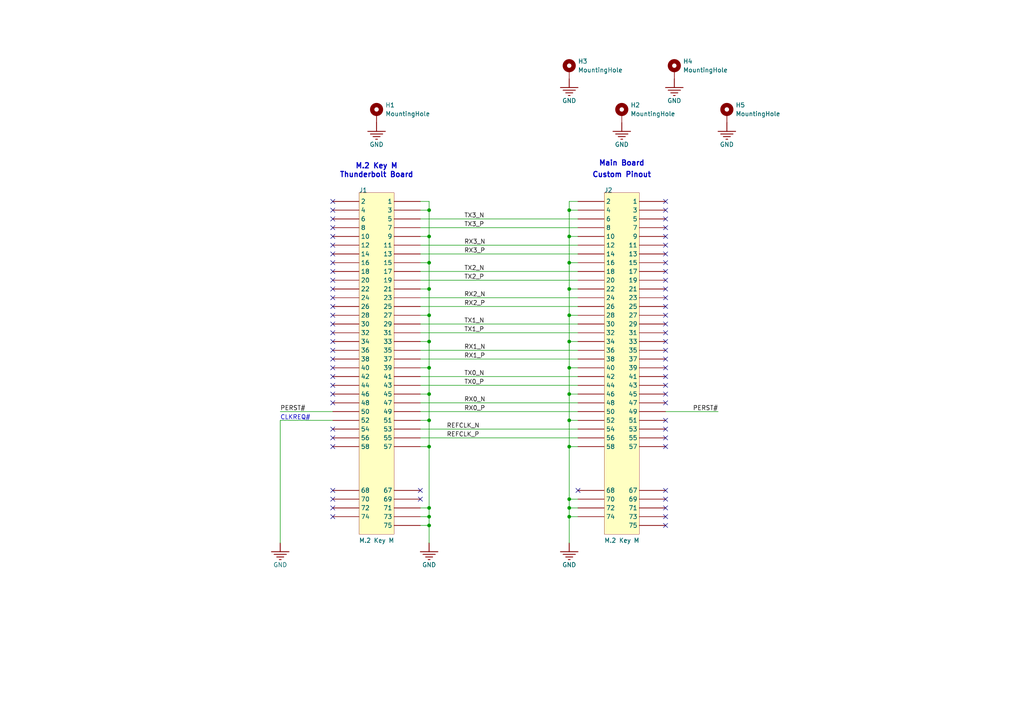
<source format=kicad_sch>
(kicad_sch (version 20250114) (generator "eeschema") (generator_version "9.0")
  (paper "A4")
  (lib_symbols
    (symbol "Adaptor_Board_JoneyTech-altium-import:GND_POWER_GROUND" (power)
      (property "Value" "GND" (at 0 -6.35 0))
      (symbol "GND_POWER_GROUND_0_0"
        (polyline (pts (xy -2.54 -2.54) (xy 2.54 -2.54)) (stroke (width 0.254)))
        (polyline (pts (xy -1.778 -3.302) (xy 1.778 -3.302)) (stroke (width 0.254)))
        (polyline (pts (xy -1.016 -4.064) (xy 1.016 -4.064)) (stroke (width 0.254)))
        (polyline (pts (xy -0.254 -4.826) (xy 0.254 -4.826)) (stroke (width 0.254)))
        (polyline (pts (xy 0 0) (xy 0 -2.54)) (stroke (width 0.254)))
        (pin power_in line (at 0 0 0) (length 0) (hide yes) (name "GND") (number ""))
      )
    )
    (symbol "Adaptor_Board_JoneyTech-altium-import:root_0_mirrored_M.2 Key M" (pin_numbers (hide yes))
      (symbol "root_0_mirrored_M.2 Key M_1_0"
        (rectangle (start 5.08 48.26) (end -5.08 -50.8) (stroke (width 0.0254) (color 128 0 0 1)) (fill (type background)))
        (pin passive line (at -12.7 45.72 0) (length 7.62) (name "2") (number "2"))
        (pin passive line (at -12.7 43.18 0) (length 7.62) (name "4") (number "4"))
        (pin passive line (at -12.7 40.64 0) (length 7.62) (name "6") (number "6"))
        (pin passive line (at -12.7 38.1 0) (length 7.62) (name "8") (number "8"))
        (pin passive line (at -12.7 35.56 0) (length 7.62) (name "10") (number "10"))
        (pin passive line (at -12.7 33.02 0) (length 7.62) (name "12") (number "12"))
        (pin passive line (at -12.7 30.48 0) (length 7.62) (name "14") (number "14"))
        (pin passive line (at -12.7 27.94 0) (length 7.62) (name "16") (number "16"))
        (pin passive line (at -12.7 25.4 0) (length 7.62) (name "18") (number "18"))
        (pin passive line (at -12.7 22.86 0) (length 7.62) (name "20") (number "20"))
        (pin passive line (at -12.7 20.32 0) (length 7.62) (name "22") (number "22"))
        (pin passive line (at -12.7 17.78 0) (length 7.62) (name "24") (number "24"))
        (pin passive line (at -12.7 15.24 0) (length 7.62) (name "26") (number "26"))
        (pin passive line (at -12.7 12.7 0) (length 7.62) (name "28") (number "28"))
        (pin passive line (at -12.7 10.16 0) (length 7.62) (name "30") (number "30"))
        (pin passive line (at -12.7 7.62 0) (length 7.62) (name "32") (number "32"))
        (pin passive line (at -12.7 5.08 0) (length 7.62) (name "34") (number "34"))
        (pin passive line (at -12.7 2.54 0) (length 7.62) (name "36") (number "36"))
        (pin passive line (at -12.7 0 0) (length 7.62) (name "38") (number "38"))
        (pin passive line (at -12.7 -2.54 0) (length 7.62) (name "40") (number "40"))
        (pin passive line (at -12.7 -5.08 0) (length 7.62) (name "42") (number "42"))
        (pin passive line (at -12.7 -7.62 0) (length 7.62) (name "44") (number "44"))
        (pin passive line (at -12.7 -10.16 0) (length 7.62) (name "46") (number "46"))
        (pin passive line (at -12.7 -12.7 0) (length 7.62) (name "48") (number "48"))
        (pin passive line (at -12.7 -15.24 0) (length 7.62) (name "50") (number "50"))
        (pin passive line (at -12.7 -17.78 0) (length 7.62) (name "52") (number "52"))
        (pin passive line (at -12.7 -20.32 0) (length 7.62) (name "54") (number "54"))
        (pin passive line (at -12.7 -22.86 0) (length 7.62) (name "56") (number "56"))
        (pin passive line (at -12.7 -25.4 0) (length 7.62) (name "58") (number "58"))
        (pin passive line (at -12.7 -38.1 0) (length 7.62) (name "68") (number "68"))
        (pin passive line (at -12.7 -40.64 0) (length 7.62) (name "70") (number "70"))
        (pin passive line (at -12.7 -43.18 0) (length 7.62) (name "72") (number "72"))
        (pin passive line (at -12.7 -45.72 0) (length 7.62) (name "74") (number "74"))
        (pin passive line (at 12.7 45.72 180) (length 7.62) (name "1") (number "1"))
        (pin passive line (at 12.7 43.18 180) (length 7.62) (name "3") (number "3"))
        (pin passive line (at 12.7 40.64 180) (length 7.62) (name "5") (number "5"))
        (pin passive line (at 12.7 38.1 180) (length 7.62) (name "7") (number "7"))
        (pin passive line (at 12.7 35.56 180) (length 7.62) (name "9") (number "9"))
        (pin passive line (at 12.7 33.02 180) (length 7.62) (name "11") (number "11"))
        (pin passive line (at 12.7 30.48 180) (length 7.62) (name "13") (number "13"))
        (pin passive line (at 12.7 27.94 180) (length 7.62) (name "15") (number "15"))
        (pin passive line (at 12.7 25.4 180) (length 7.62) (name "17") (number "17"))
        (pin passive line (at 12.7 22.86 180) (length 7.62) (name "19") (number "19"))
        (pin passive line (at 12.7 20.32 180) (length 7.62) (name "21") (number "21"))
        (pin passive line (at 12.7 17.78 180) (length 7.62) (name "23") (number "23"))
        (pin passive line (at 12.7 15.24 180) (length 7.62) (name "25") (number "25"))
        (pin passive line (at 12.7 12.7 180) (length 7.62) (name "27") (number "27"))
        (pin passive line (at 12.7 10.16 180) (length 7.62) (name "29") (number "29"))
        (pin passive line (at 12.7 7.62 180) (length 7.62) (name "31") (number "31"))
        (pin passive line (at 12.7 5.08 180) (length 7.62) (name "33") (number "33"))
        (pin passive line (at 12.7 2.54 180) (length 7.62) (name "35") (number "35"))
        (pin passive line (at 12.7 0 180) (length 7.62) (name "37") (number "37"))
        (pin passive line (at 12.7 -2.54 180) (length 7.62) (name "39") (number "39"))
        (pin passive line (at 12.7 -5.08 180) (length 7.62) (name "41") (number "41"))
        (pin passive line (at 12.7 -7.62 180) (length 7.62) (name "43") (number "43"))
        (pin passive line (at 12.7 -10.16 180) (length 7.62) (name "45") (number "45"))
        (pin passive line (at 12.7 -12.7 180) (length 7.62) (name "47") (number "47"))
        (pin passive line (at 12.7 -15.24 180) (length 7.62) (name "49") (number "49"))
        (pin passive line (at 12.7 -17.78 180) (length 7.62) (name "51") (number "51"))
        (pin passive line (at 12.7 -20.32 180) (length 7.62) (name "53") (number "53"))
        (pin passive line (at 12.7 -22.86 180) (length 7.62) (name "55") (number "55"))
        (pin passive line (at 12.7 -25.4 180) (length 7.62) (name "57") (number "57"))
        (pin passive line (at 12.7 -38.1 180) (length 7.62) (name "67") (number "67"))
        (pin passive line (at 12.7 -40.64 180) (length 7.62) (name "69") (number "69"))
        (pin passive line (at 12.7 -43.18 180) (length 7.62) (name "71") (number "71"))
        (pin passive line (at 12.7 -45.72 180) (length 7.62) (name "73") (number "73"))
        (pin passive line (at 12.7 -48.26 180) (length 7.62) (name "75") (number "75"))
      )
    )
    (symbol "Mechanical:MountingHole_Pad" (pin_numbers (hide yes)) (pin_names (offset 1.016) (hide yes)) (exclude_from_sim yes) (in_bom no)
      (property "Reference" "H" (at 0 6.35 0))
      (property "Value" "MountingHole_Pad" (at 0 4.445 0))
      (symbol "MountingHole_Pad_0_1"
        (circle (center 0 1.27) (radius 1.27) (stroke (width 1.27)))
      )
      (symbol "MountingHole_Pad_1_1"
        (pin input line (at 0 -2.54 90) (length 2.54) (name "1") (number "1"))
      )
    )
  )
  (text "M.2 Key M" (at 109.22 48.26 0) (effects (font (size 1.524 1.524) (thickness 0.3048) (bold yes))))
  (text "CLKREQ#" (at 81.28 121.92 0) (effects (font (size 1.27 1.27)) (justify left bottom)))
  (text "Main Board" (at 180.34 47.4472 0) (effects (font (size 1.524 1.524) (thickness 0.3048) (bold yes))))
  (text "Thunderbolt Board" (at 109.22 50.8 0) (effects (font (size 1.524 1.524) (thickness 0.3048) (bold yes))))
  (text "Custom Pinout" (at 180.34 50.8 0) (effects (font (size 1.524 1.524) (thickness 0.3048) (bold yes))))
  (junction (at 165.1 76.2))
  (junction (at 124.46 68.58))
  (junction (at 165.1 60.96))
  (junction (at 165.1 147.32))
  (junction (at 165.1 91.44))
  (junction (at 165.1 144.78))
  (junction (at 124.46 121.92))
  (junction (at 124.46 60.96))
  (junction (at 124.46 129.54))
  (junction (at 124.46 76.2))
  (junction (at 124.46 99.06))
  (junction (at 165.1 149.86))
  (junction (at 124.46 114.3))
  (junction (at 124.46 106.68))
  (junction (at 124.46 83.82))
  (junction (at 165.1 114.3))
  (junction (at 124.46 147.32))
  (junction (at 124.46 91.44))
  (junction (at 165.1 83.82))
  (junction (at 165.1 129.54))
  (junction (at 165.1 99.06))
  (junction (at 165.1 106.68))
  (junction (at 124.46 152.4))
  (junction (at 165.1 68.58))
  (junction (at 165.1 121.92))
  (junction (at 124.46 149.86))
  (no_connect (at 96.52 71.12))
  (no_connect (at 96.52 111.76))
  (no_connect (at 193.04 60.96))
  (no_connect (at 193.04 63.5))
  (no_connect (at 193.04 96.52))
  (no_connect (at 96.52 127))
  (no_connect (at 96.52 78.74))
  (no_connect (at 96.52 81.28))
  (no_connect (at 193.04 144.78))
  (no_connect (at 193.04 99.06))
  (no_connect (at 96.52 99.06))
  (no_connect (at 96.52 106.68))
  (no_connect (at 193.04 114.3))
  (no_connect (at 193.04 66.04))
  (no_connect (at 193.04 111.76))
  (no_connect (at 96.52 116.84))
  (no_connect (at 193.04 106.68))
  (no_connect (at 96.52 68.58))
  (no_connect (at 193.04 121.92))
  (no_connect (at 193.04 93.98))
  (no_connect (at 193.04 129.54))
  (no_connect (at 193.04 78.74))
  (no_connect (at 96.52 129.54))
  (no_connect (at 96.52 93.98))
  (no_connect (at 96.52 104.14))
  (no_connect (at 193.04 142.24))
  (no_connect (at 193.04 109.22))
  (no_connect (at 121.92 142.24))
  (no_connect (at 96.52 124.46))
  (no_connect (at 193.04 86.36))
  (no_connect (at 193.04 127))
  (no_connect (at 96.52 88.9))
  (no_connect (at 121.92 144.78))
  (no_connect (at 96.52 76.2))
  (no_connect (at 193.04 147.32))
  (no_connect (at 193.04 71.12))
  (no_connect (at 193.04 91.44))
  (no_connect (at 193.04 149.86))
  (no_connect (at 96.52 60.96))
  (no_connect (at 96.52 86.36))
  (no_connect (at 193.04 76.2))
  (no_connect (at 96.52 91.44))
  (no_connect (at 193.04 58.42))
  (no_connect (at 96.52 144.78))
  (no_connect (at 193.04 68.58))
  (no_connect (at 96.52 83.82))
  (no_connect (at 193.04 73.66))
  (no_connect (at 96.52 109.22))
  (no_connect (at 193.04 124.46))
  (no_connect (at 96.52 73.66))
  (no_connect (at 96.52 63.5))
  (no_connect (at 193.04 101.6))
  (no_connect (at 193.04 81.28))
  (no_connect (at 96.52 101.6))
  (no_connect (at 96.52 114.3))
  (no_connect (at 167.64 142.24))
  (no_connect (at 96.52 96.52))
  (no_connect (at 96.52 149.86))
  (no_connect (at 96.52 66.04))
  (no_connect (at 193.04 152.4))
  (no_connect (at 193.04 88.9))
  (no_connect (at 96.52 147.32))
  (no_connect (at 96.52 142.24))
  (no_connect (at 193.04 116.84))
  (no_connect (at 193.04 104.14))
  (no_connect (at 96.52 58.42))
  (no_connect (at 193.04 83.82))
  (wire (pts (xy 165.1 91.44) (xy 165.1 99.06)))
  (wire (pts (xy 165.1 76.2) (xy 165.1 83.82)))
  (wire (pts (xy 121.92 106.68) (xy 124.46 106.68)))
  (wire (pts (xy 165.1 99.06) (xy 165.1 106.68)))
  (wire (pts (xy 124.46 114.3) (xy 124.46 121.92)))
  (wire (pts (xy 167.64 114.3) (xy 165.1 114.3)))
  (wire (pts (xy 121.92 111.76) (xy 167.64 111.76)))
  (wire (pts (xy 121.92 58.42) (xy 124.46 58.42)))
  (wire (pts (xy 165.1 58.42) (xy 165.1 60.96)))
  (wire (pts (xy 121.92 114.3) (xy 124.46 114.3)))
  (wire (pts (xy 121.92 81.28) (xy 167.64 81.28)))
  (wire (pts (xy 121.92 91.44) (xy 124.46 91.44)))
  (wire (pts (xy 165.1 106.68) (xy 165.1 114.3)))
  (wire (pts (xy 121.92 99.06) (xy 124.46 99.06)))
  (wire (pts (xy 165.1 144.78) (xy 165.1 147.32)))
  (wire (pts (xy 121.92 68.58) (xy 124.46 68.58)))
  (wire (pts (xy 124.46 149.86) (xy 124.46 152.4)))
  (wire (pts (xy 124.46 76.2) (xy 124.46 83.82)))
  (wire (pts (xy 121.92 63.5) (xy 167.64 63.5)))
  (wire (pts (xy 124.46 91.44) (xy 124.46 99.06)))
  (wire (pts (xy 124.46 121.92) (xy 124.46 129.54)))
  (wire (pts (xy 193.04 119.38) (xy 208.28 119.38)))
  (wire (pts (xy 167.64 91.44) (xy 165.1 91.44)))
  (wire (pts (xy 121.92 76.2) (xy 124.46 76.2)))
  (wire (pts (xy 167.64 60.96) (xy 165.1 60.96)))
  (wire (pts (xy 167.64 68.58) (xy 165.1 68.58)))
  (wire (pts (xy 165.1 83.82) (xy 165.1 91.44)))
  (wire (pts (xy 165.1 149.86) (xy 165.1 157.48)))
  (wire (pts (xy 121.92 93.98) (xy 167.64 93.98)))
  (wire (pts (xy 167.64 129.54) (xy 165.1 129.54)))
  (wire (pts (xy 124.46 152.4) (xy 124.46 157.48)))
  (wire (pts (xy 167.64 121.92) (xy 165.1 121.92)))
  (wire (pts (xy 124.46 83.82) (xy 124.46 91.44)))
  (wire (pts (xy 165.1 60.96) (xy 165.1 68.58)))
  (wire (pts (xy 121.92 86.36) (xy 167.64 86.36)))
  (wire (pts (xy 121.92 119.38) (xy 167.64 119.38)))
  (wire (pts (xy 121.92 96.52) (xy 167.64 96.52)))
  (wire (pts (xy 124.46 68.58) (xy 124.46 76.2)))
  (wire (pts (xy 121.92 147.32) (xy 124.46 147.32)))
  (wire (pts (xy 165.1 144.78) (xy 167.64 144.78)))
  (wire (pts (xy 124.46 129.54) (xy 124.46 147.32)))
  (wire (pts (xy 165.1 114.3) (xy 165.1 121.92)))
  (wire (pts (xy 165.1 121.92) (xy 165.1 129.54)))
  (wire (pts (xy 96.52 121.92) (xy 81.28 121.92)))
  (wire (pts (xy 81.28 121.92) (xy 81.28 157.48)))
  (wire (pts (xy 165.1 129.54) (xy 165.1 144.78)))
  (wire (pts (xy 121.92 78.74) (xy 167.64 78.74)))
  (wire (pts (xy 121.92 88.9) (xy 167.64 88.9)))
  (wire (pts (xy 121.92 101.6) (xy 167.64 101.6)))
  (wire (pts (xy 121.92 127) (xy 167.64 127)))
  (wire (pts (xy 124.46 106.68) (xy 124.46 114.3)))
  (wire (pts (xy 121.92 104.14) (xy 167.64 104.14)))
  (wire (pts (xy 121.92 129.54) (xy 124.46 129.54)))
  (wire (pts (xy 124.46 99.06) (xy 124.46 106.68)))
  (wire (pts (xy 121.92 71.12) (xy 167.64 71.12)))
  (wire (pts (xy 167.64 147.32) (xy 165.1 147.32)))
  (wire (pts (xy 121.92 60.96) (xy 124.46 60.96)))
  (wire (pts (xy 96.52 119.38) (xy 81.28 119.38)))
  (wire (pts (xy 121.92 109.22) (xy 167.64 109.22)))
  (wire (pts (xy 124.46 58.42) (xy 124.46 60.96)))
  (wire (pts (xy 124.46 147.32) (xy 124.46 149.86)))
  (wire (pts (xy 167.64 83.82) (xy 165.1 83.82)))
  (wire (pts (xy 167.64 149.86) (xy 165.1 149.86)))
  (wire (pts (xy 121.92 116.84) (xy 167.64 116.84)))
  (wire (pts (xy 121.92 152.4) (xy 124.46 152.4)))
  (wire (pts (xy 121.92 149.86) (xy 124.46 149.86)))
  (wire (pts (xy 167.64 99.06) (xy 165.1 99.06)))
  (wire (pts (xy 165.1 68.58) (xy 165.1 76.2)))
  (wire (pts (xy 121.92 121.92) (xy 124.46 121.92)))
  (wire (pts (xy 121.92 83.82) (xy 124.46 83.82)))
  (wire (pts (xy 121.92 66.04) (xy 167.64 66.04)))
  (wire (pts (xy 121.92 124.46) (xy 167.64 124.46)))
  (wire (pts (xy 167.64 58.42) (xy 165.1 58.42)))
  (wire (pts (xy 167.64 76.2) (xy 165.1 76.2)))
  (wire (pts (xy 165.1 147.32) (xy 165.1 149.86)))
  (wire (pts (xy 121.92 73.66) (xy 167.64 73.66)))
  (wire (pts (xy 124.46 60.96) (xy 124.46 68.58)))
  (wire (pts (xy 167.64 106.68) (xy 165.1 106.68)))
  (label "TX0_P" (at 134.62 111.76 0))
  (label "RX1_N" (at 134.62 101.6 0))
  (label "REFCLK_N" (at 129.54 124.46 0))
  (label "RX2_P" (at 134.62 88.9 0))
  (label "RX1_P" (at 134.62 104.14 0))
  (label "PERST#" (at 208.28 119.38 180))
  (label "RX3_N" (at 134.62 71.12 0))
  (label "TX1_P" (at 134.62 96.52 0))
  (label "TX3_P" (at 134.62 66.04 0))
  (label "REFCLK_P" (at 129.54 127 0))
  (label "TX2_P" (at 134.62 81.28 0))
  (label "TX1_N" (at 134.62 93.98 0))
  (label "RX2_N" (at 134.62 86.36 0))
  (label "RX0_N" (at 134.62 116.84 0))
  (label "TX3_N" (at 134.62 63.5 0))
  (label "TX2_N" (at 134.62 78.74 0))
  (label "RX0_P" (at 134.62 119.38 0))
  (label "RX3_P" (at 134.62 73.66 0))
  (label "TX0_N" (at 134.62 109.22 0))
  (label "PERST#" (at 81.28 119.38 0))
  (symbol (lib_id "Adaptor_Board_JoneyTech-altium-import:GND_POWER_GROUND") (at 124.46 157.48 0) (unit 1)
    (property "Reference" "#PWR0103" (effects (hide yes)))
    (property "Value" "GND" (at 124.46 163.83 0))
  )
  (symbol (lib_id "Adaptor_Board_JoneyTech-altium-import:GND_POWER_GROUND") (at 109.22 35.56 0) (unit 1)
    (property "Reference" "#PWR0106" (effects (hide yes)))
    (property "Value" "GND" (at 109.22 41.91 0))
  )
  (symbol (lib_id "Mechanical:MountingHole_Pad") (at 180.34 33.02 0) (unit 1) (exclude_from_sim yes) (in_bom no)
    (property "Reference" "H2" (at 182.88 30.4799 0) (effects (justify left)))
    (property "Value" "MountingHole" (at 182.88 33.0199 0) (effects (justify left)))
    (property "Footprint" "ThunderScope:MountingHole_2.2mm_M2_Pad_Via" (effects (hide yes)))
    (property "Description" "Mounting Hole with connection" (effects (hide yes)))
  )
  (symbol (lib_id "Mechanical:MountingHole_Pad") (at 195.58 20.32 0) (unit 1) (exclude_from_sim yes) (in_bom no)
    (property "Reference" "H4" (at 198.12 17.7799 0) (effects (justify left)))
    (property "Value" "MountingHole" (at 198.12 20.3199 0) (effects (justify left)))
    (property "Footprint" "ThunderScope:MountingHole_2.2mm_M2_Pad_Via" (effects (hide yes)))
    (property "Description" "Mounting Hole with connection" (effects (hide yes)))
  )
  (symbol (lib_id "Adaptor_Board_JoneyTech-altium-import:GND_POWER_GROUND") (at 165.1 157.48 0) (unit 1)
    (property "Reference" "#PWR0104" (effects (hide yes)))
    (property "Value" "GND" (at 165.1 163.83 0))
  )
  (symbol (lib_id "Adaptor_Board_JoneyTech-altium-import:GND_POWER_GROUND") (at 195.58 22.86 0) (unit 1)
    (property "Reference" "#PWR0109" (effects (hide yes)))
    (property "Value" "GND" (at 195.58 29.21 0))
  )
  (symbol (lib_id "Adaptor_Board_JoneyTech-altium-import:root_0_mirrored_M.2 Key M") (at 109.22 104.14 0) (unit 1)
    (property "Reference" "J1" (at 104.14 55.88 0) (effects (justify left bottom)))
    (property "Value" "M.2 Key M" (at 104.14 157.48 0) (effects (justify left bottom)))
    (property "Footprint" "ThunderScope:PCB EDGE M.2 Key M" (effects (hide yes)))
  )
  (symbol (lib_id "Adaptor_Board_JoneyTech-altium-import:GND_POWER_GROUND") (at 81.28 157.48 0) (unit 1)
    (property "Reference" "#PWR0105" (effects (hide yes)))
    (property "Value" "GND" (at 81.28 163.83 0))
  )
  (symbol (lib_id "Mechanical:MountingHole_Pad") (at 109.22 33.02 0) (unit 1) (exclude_from_sim yes) (in_bom no)
    (property "Reference" "H1" (at 111.76 30.4799 0) (effects (justify left)))
    (property "Value" "MountingHole" (at 111.76 33.0199 0) (effects (justify left)))
    (property "Footprint" "ThunderScope:MountingHole_2.2mm_M2_Pad_Via" (effects (hide yes)))
    (property "Description" "Mounting Hole with connection" (effects (hide yes)))
  )
  (symbol (lib_id "Mechanical:MountingHole_Pad") (at 165.1 20.32 0) (unit 1) (exclude_from_sim yes) (in_bom no)
    (property "Reference" "H3" (at 167.64 17.7799 0) (effects (justify left)))
    (property "Value" "MountingHole" (at 167.64 20.3199 0) (effects (justify left)))
    (property "Footprint" "ThunderScope:MountingHole_2.2mm_M2_Pad_Via" (effects (hide yes)))
    (property "Description" "Mounting Hole with connection" (effects (hide yes)))
  )
  (symbol (lib_id "Adaptor_Board_JoneyTech-altium-import:GND_POWER_GROUND") (at 180.34 35.56 0) (unit 1)
    (property "Reference" "#PWR0107" (effects (hide yes)))
    (property "Value" "GND" (at 180.34 41.91 0))
  )
  (symbol (lib_id "Adaptor_Board_JoneyTech-altium-import:GND_POWER_GROUND") (at 165.1 22.86 0) (unit 1)
    (property "Reference" "#PWR0108" (effects (hide yes)))
    (property "Value" "GND" (at 165.1 29.21 0))
  )
  (symbol (lib_id "Mechanical:MountingHole_Pad") (at 210.82 33.02 0) (unit 1) (exclude_from_sim yes) (in_bom no)
    (property "Reference" "H5" (at 213.36 30.4799 0) (effects (justify left)))
    (property "Value" "MountingHole" (at 213.36 33.0199 0) (effects (justify left)))
    (property "Footprint" "ThunderScope:MountingHole_2.2mm_M2_Pad_Via" (effects (hide yes)))
    (property "Description" "Mounting Hole with connection" (effects (hide yes)))
  )
  (symbol (lib_id "Adaptor_Board_JoneyTech-altium-import:root_0_mirrored_M.2 Key M") (at 180.34 104.14 0) (unit 1)
    (property "Reference" "J2" (at 175.26 55.88 0) (effects (justify left bottom)))
    (property "Value" "M.2 Key M" (at 175.26 157.48 0) (effects (justify left bottom)))
    (property "Footprint" "ThunderScope:PCB EDGE M.2 Key M" (effects (hide yes)))
  )
  (symbol (lib_id "Adaptor_Board_JoneyTech-altium-import:GND_POWER_GROUND") (at 210.82 35.56 0) (unit 1)
    (property "Reference" "#PWR0110" (effects (hide yes)))
    (property "Value" "GND" (at 210.82 41.91 0))
  )
)
</source>
